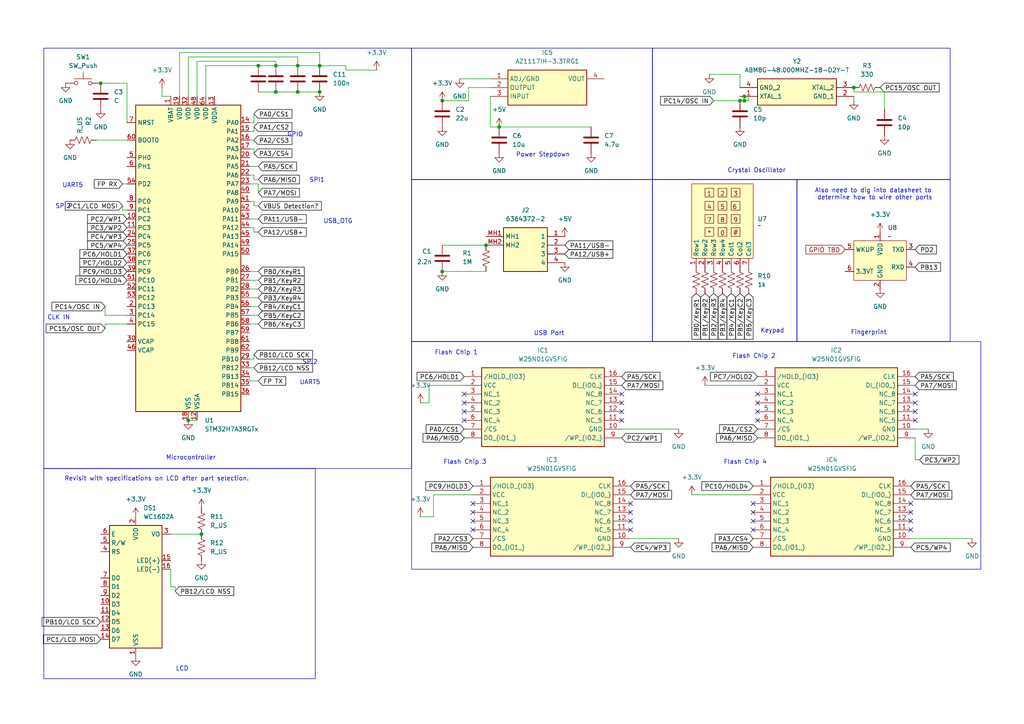
<source format=kicad_sch>
(kicad_sch (version 20231120) (generator "eeschema") (generator_version "8.0")
  (paper "A4")
  (junction (at 86.36 19.05))
  (junction (at 247.65 25.4))
  (junction (at 54.61 121.92))
  (junction (at 29.21 24.13))
  (junction (at 80.01 26.67))
  (junction (at 128.27 78.74))
  (junction (at 74.93 19.05))
  (junction (at 92.71 19.05))
  (junction (at 214.63 29.21))
  (junction (at 215.9 27.94))
  (junction (at 144.78 36.83))
  (junction (at 92.71 26.67))
  (junction (at 86.36 26.67))
  (junction (at 80.01 19.05))
  (junction (at 215.9 29.21))
  (junction (at 128.27 29.21))
  (junction (at 140.97 71.12))
  (junction (at 58.42 154.94))
  (no_connect (at 219.71 114.3))
  (no_connect (at 180.34 119.38))
  (no_connect (at 137.16 153.67))
  (no_connect (at 265.43 114.3))
  (no_connect (at 265.43 119.38))
  (no_connect (at 180.34 116.84))
  (no_connect (at 264.16 146.05))
  (no_connect (at 134.62 121.92))
  (no_connect (at 218.44 151.13))
  (no_connect (at 137.16 146.05))
  (no_connect (at 218.44 146.05))
  (no_connect (at 264.16 151.13))
  (no_connect (at 218.44 153.67))
  (no_connect (at 134.62 119.38))
  (no_connect (at 264.16 148.59))
  (no_connect (at 180.34 121.92))
  (no_connect (at 134.62 116.84))
  (no_connect (at 137.16 151.13))
  (no_connect (at 218.44 148.59))
  (no_connect (at 182.88 146.05))
  (no_connect (at 137.16 148.59))
  (no_connect (at 219.71 121.92))
  (no_connect (at 180.34 114.3))
  (no_connect (at 264.16 153.67))
  (no_connect (at 182.88 153.67))
  (no_connect (at 219.71 119.38))
  (no_connect (at 182.88 151.13))
  (no_connect (at 219.71 116.84))
  (no_connect (at 265.43 116.84))
  (no_connect (at 134.62 114.3))
  (no_connect (at 182.88 148.59))
  (no_connect (at 265.43 121.92))
  (wire (pts (xy 54.61 27.94) (xy 54.61 16.51)))
  (wire (pts (xy 80.01 19.05) (xy 86.36 19.05)))
  (wire (pts (xy 72.39 48.26) (xy 74.93 48.26)))
  (wire (pts (xy 86.36 19.05) (xy 92.71 19.05)))
  (wire (pts (xy 50.8 171.45) (xy 50.8 170.18)))
  (wire (pts (xy 35.56 53.34) (xy 36.83 53.34)))
  (wire (pts (xy 86.36 26.67) (xy 92.71 26.67)))
  (wire (pts (xy 74.93 19.05) (xy 80.01 19.05)))
  (wire (pts (xy 144.78 36.83) (xy 171.45 36.83)))
  (wire (pts (xy 74.93 55.88) (xy 74.93 53.34)))
  (wire (pts (xy 57.15 27.94) (xy 57.15 17.78)))
  (wire (pts (xy 72.39 78.74) (xy 74.93 78.74)))
  (wire (pts (xy 72.39 91.44) (xy 74.93 91.44)))
  (wire (pts (xy 74.93 52.07) (xy 73.66 52.07)))
  (wire (pts (xy 100.33 20.32) (xy 100.33 19.05)))
  (wire (pts (xy 49.53 154.94) (xy 58.42 154.94)))
  (wire (pts (xy 52.07 15.24) (xy 92.71 15.24)))
  (wire (pts (xy 142.24 25.4) (xy 135.89 25.4)))
  (wire (pts (xy 214.63 29.21) (xy 215.9 29.21)))
  (wire (pts (xy 215.9 29.21) (xy 217.17 29.21)))
  (wire (pts (xy 214.63 21.59) (xy 205.74 21.59)))
  (wire (pts (xy 72.39 38.1) (xy 73.66 38.1)))
  (wire (pts (xy 74.93 67.31) (xy 73.66 67.31)))
  (wire (pts (xy 207.01 29.21) (xy 214.63 29.21)))
  (wire (pts (xy 217.17 29.21) (xy 217.17 27.94)))
  (wire (pts (xy 128.27 78.74) (xy 140.97 78.74)))
  (wire (pts (xy 73.66 35.56) (xy 73.66 33.02)))
  (wire (pts (xy 73.66 102.87) (xy 73.66 104.14)))
  (wire (pts (xy 59.69 19.05) (xy 74.93 19.05)))
  (wire (pts (xy 247.65 26.67) (xy 247.65 25.4)))
  (wire (pts (xy 73.66 50.8) (xy 72.39 50.8)))
  (wire (pts (xy 72.39 83.82) (xy 74.93 83.82)))
  (wire (pts (xy 36.83 60.96) (xy 35.56 60.96)))
  (wire (pts (xy 180.34 124.46) (xy 196.85 124.46)))
  (wire (pts (xy 80.01 17.78) (xy 80.01 19.05)))
  (wire (pts (xy 36.83 35.56) (xy 36.83 24.13)))
  (wire (pts (xy 86.36 16.51) (xy 86.36 19.05)))
  (wire (pts (xy 200.66 143.51) (xy 218.44 143.51)))
  (wire (pts (xy 204.47 111.76) (xy 219.71 111.76)))
  (wire (pts (xy 54.61 121.92) (xy 57.15 121.92)))
  (wire (pts (xy 80.01 26.67) (xy 86.36 26.67)))
  (wire (pts (xy 73.66 59.69) (xy 74.93 59.69)))
  (wire (pts (xy 54.61 16.51) (xy 86.36 16.51)))
  (wire (pts (xy 50.8 170.18) (xy 49.53 170.18)))
  (wire (pts (xy 135.89 29.21) (xy 128.27 29.21)))
  (wire (pts (xy 72.39 110.49) (xy 72.39 109.22)))
  (wire (pts (xy 100.33 19.05) (xy 92.71 19.05)))
  (wire (pts (xy 74.93 26.67) (xy 80.01 26.67)))
  (wire (pts (xy 73.66 38.1) (xy 73.66 36.83)))
  (wire (pts (xy 215.9 27.94) (xy 217.17 27.94)))
  (wire (pts (xy 35.56 60.96) (xy 35.56 59.69)))
  (wire (pts (xy 30.48 91.44) (xy 30.48 88.9)))
  (wire (pts (xy 30.48 93.98) (xy 30.48 95.25)))
  (wire (pts (xy 135.89 25.4) (xy 135.89 29.21)))
  (wire (pts (xy 72.39 86.36) (xy 74.93 86.36)))
  (wire (pts (xy 265.43 133.35) (xy 266.7 133.35)))
  (wire (pts (xy 142.24 36.83) (xy 144.78 36.83)))
  (wire (pts (xy 72.39 63.5) (xy 74.93 63.5)))
  (wire (pts (xy 265.43 124.46) (xy 269.24 124.46)))
  (wire (pts (xy 256.54 31.75) (xy 256.54 26.67)))
  (wire (pts (xy 73.66 58.42) (xy 72.39 58.42)))
  (wire (pts (xy 73.66 52.07) (xy 73.66 50.8)))
  (wire (pts (xy 72.39 35.56) (xy 73.66 35.56)))
  (wire (pts (xy 36.83 93.98) (xy 30.48 93.98)))
  (wire (pts (xy 214.63 27.94) (xy 215.9 27.94)))
  (wire (pts (xy 72.39 40.64) (xy 73.66 40.64)))
  (wire (pts (xy 121.92 149.86) (xy 125.73 149.86)))
  (wire (pts (xy 92.71 15.24) (xy 92.71 19.05)))
  (wire (pts (xy 72.39 93.98) (xy 74.93 93.98)))
  (wire (pts (xy 133.35 22.86) (xy 142.24 22.86)))
  (wire (pts (xy 247.65 27.94) (xy 247.65 29.21)))
  (wire (pts (xy 73.66 104.14) (xy 72.39 104.14)))
  (wire (pts (xy 46.99 25.4) (xy 46.99 27.94)))
  (wire (pts (xy 46.99 27.94) (xy 49.53 27.94)))
  (wire (pts (xy 73.66 59.69) (xy 73.66 58.42)))
  (wire (pts (xy 72.39 43.18) (xy 73.66 43.18)))
  (wire (pts (xy 74.93 53.34) (xy 72.39 53.34)))
  (wire (pts (xy 121.92 116.84) (xy 124.46 116.84)))
  (wire (pts (xy 27.94 40.64) (xy 36.83 40.64)))
  (wire (pts (xy 73.66 106.68) (xy 72.39 106.68)))
  (wire (pts (xy 128.27 71.12) (xy 140.97 71.12)))
  (wire (pts (xy 72.39 81.28) (xy 74.93 81.28)))
  (wire (pts (xy 124.46 111.76) (xy 134.62 111.76)))
  (wire (pts (xy 57.15 17.78) (xy 80.01 17.78)))
  (wire (pts (xy 74.93 110.49) (xy 72.39 110.49)))
  (wire (pts (xy 36.83 91.44) (xy 30.48 91.44)))
  (wire (pts (xy 73.66 43.18) (xy 73.66 44.45)))
  (wire (pts (xy 142.24 27.94) (xy 142.24 36.83)))
  (wire (pts (xy 265.43 127) (xy 265.43 133.35)))
  (wire (pts (xy 49.53 170.18) (xy 49.53 165.1)))
  (wire (pts (xy 36.83 24.13) (xy 29.21 24.13)))
  (wire (pts (xy 215.9 29.21) (xy 215.9 27.94)))
  (wire (pts (xy 264.16 156.21) (xy 281.94 156.21)))
  (wire (pts (xy 182.88 156.21) (xy 196.85 156.21)))
  (wire (pts (xy 73.66 66.04) (xy 72.39 66.04)))
  (wire (pts (xy 73.66 67.31) (xy 73.66 66.04)))
  (wire (pts (xy 109.22 20.32) (xy 100.33 20.32)))
  (wire (pts (xy 52.07 27.94) (xy 52.07 15.24)))
  (wire (pts (xy 125.73 149.86) (xy 125.73 143.51)))
  (wire (pts (xy 72.39 88.9) (xy 74.93 88.9)))
  (wire (pts (xy 256.54 26.67) (xy 247.65 26.67)))
  (wire (pts (xy 124.46 116.84) (xy 124.46 111.76)))
  (wire (pts (xy 214.63 25.4) (xy 214.63 21.59)))
  (wire (pts (xy 59.69 27.94) (xy 59.69 19.05)))
  (wire (pts (xy 125.73 143.51) (xy 137.16 143.51)))
  (rectangle (start 119.38 52.07) (end 189.23 99.06))
  (rectangle (start 189.23 52.07) (end 231.14 99.06))
  (rectangle (start 119.38 13.97) (end 189.23 52.07))
  (rectangle (start 12.7 13.97) (end 119.38 135.89))
  (rectangle (start 12.7 135.89) (end 91.44 196.85))
  (rectangle (start 189.23 13.97) (end 275.59 52.07))
  (rectangle (start 119.38 99.06) (end 284.48 165.1))
  (rectangle (start 231.14 52.07) (end 275.59 99.06))
  (text "UART5\n" (at 89.916 110.998 0) (effects (font (size 1.27 1.27))))
  (text "LCD" (at 52.832 194.056 0) (effects (font (size 1.27 1.27))))
  (text "Flash Chip 1" (at 132.334 102.362 0) (effects (font (size 1.27 1.27))))
  (text "SPI2\n" (at 89.916 105.156 0) (effects (font (size 1.27 1.27))))
  (text "Microcontroller\n" (at 55.372 132.842 0) (effects (font (size 1.27 1.27))))
  (text "USB_OTG" (at 98.044 64.262 0) (effects (font (size 1.27 1.27))))
  (text "Fingerprint" (at 251.968 96.52 0) (effects (font (size 1.27 1.27))))
  (text "Flash Chip 3\n" (at 134.874 134.112 0) (effects (font (size 1.27 1.27))))
  (text "Flash Chip 2\n" (at 218.694 103.378 0) (effects (font (size 1.27 1.27))))
  (text "Keypad\n" (at 224.028 96.012 0) (effects (font (size 1.27 1.27))))
  (text "Revisit with specifications on LCD after part selection.\n" (at 45.466 138.938 0) (effects (font (size 1.27 1.27))))
  (text "Flash Chip 4\n" (at 216.154 134.112 0) (effects (font (size 1.27 1.27))))
  (text "SPI2\n" (at 18.288 59.944 0) (effects (font (size 1.27 1.27))))
  (text "Also need to dig into datasheet to \ndetermine how to wire other ports\n" (at 253.746 56.388 0) (effects (font (size 1.27 1.27))))
  (text "USB Port\n" (at 159.258 96.774 0) (effects (font (size 1.27 1.27))))
  (text "Power Stepdown\n" (at 157.48 44.958 0) (effects (font (size 1.27 1.27))))
  (text "UART5\n" (at 21.082 53.848 0) (effects (font (size 1.27 1.27))))
  (text "Crystal Oscillator\n" (at 219.456 49.53 0) (effects (font (size 1.27 1.27))))
  (text "CLK IN\n" (at 17.018 92.202 0) (effects (font (size 1.27 1.27))))
  (text "SPI1\n" (at 91.948 52.324 0) (effects (font (size 1.27 1.27))))
  (text "GPIO\n" (at 85.598 39.116 0) (effects (font (size 1.27 1.27))))
  (global_label "PB6{slash}KeyC3" (shape input) (at 74.93 93.98 0) (property "Intersheetrefs" "${INTERSHEET_REFS}" (effects (hide yes))))
  (global_label "PB3{slash}KeyR4" (shape input) (at 209.55 85.09 270) (property "Intersheetrefs" "${INTERSHEET_REFS}" (effects (hide yes))))
  (global_label "PA5{slash}SCK" (shape input) (at 182.88 140.97 0) (property "Intersheetrefs" "${INTERSHEET_REFS}" (effects (hide yes))))
  (global_label "PB0{slash}KeyR1" (shape input) (at 74.93 78.74 0) (property "Intersheetrefs" "${INTERSHEET_REFS}" (effects (hide yes))))
  (global_label "PB10{slash}LCD SCK" (shape input) (at 29.21 180.34 180) (property "Intersheetrefs" "${INTERSHEET_REFS}" (effects (hide yes))))
  (global_label "FP TX" (shape input) (at 74.93 110.49 0) (property "Intersheetrefs" "${INTERSHEET_REFS}" (effects (hide yes))))
  (global_label "PA7{slash}MOSI" (shape input) (at 180.34 111.76 0) (property "Intersheetrefs" "${INTERSHEET_REFS}" (effects (hide yes))))
  (global_label "PA1{slash}CS2" (shape input) (at 73.66 36.83 0) (property "Intersheetrefs" "${INTERSHEET_REFS}" (effects (hide yes))))
  (global_label "PC9{slash}HOLD3" (shape input) (at 36.83 78.74 180) (property "Intersheetrefs" "${INTERSHEET_REFS}" (effects (hide yes))))
  (global_label "PB2{slash}KeyR3" (shape input) (at 207.01 85.09 270) (property "Intersheetrefs" "${INTERSHEET_REFS}" (effects (hide yes))))
  (global_label "PA6{slash}MISO" (shape input) (at 137.16 158.75 180) (property "Intersheetrefs" "${INTERSHEET_REFS}" (effects (hide yes))))
  (global_label "PA12{slash}USB+" (shape input) (at 163.83 73.66 0) (property "Intersheetrefs" "${INTERSHEET_REFS}" (effects (hide yes))))
  (global_label "PA3{slash}CS4" (shape input) (at 73.66 44.45 0) (property "Intersheetrefs" "${INTERSHEET_REFS}" (effects (hide yes))))
  (global_label "PC7{slash}HOLD2" (shape input) (at 36.83 76.2 180) (property "Intersheetrefs" "${INTERSHEET_REFS}" (effects (hide yes))))
  (global_label "PA11{slash}USB-" (shape input) (at 163.83 71.12 0) (property "Intersheetrefs" "${INTERSHEET_REFS}" (effects (hide yes))))
  (global_label "PB4{slash}KeyC1" (shape input) (at 212.09 85.09 270) (property "Intersheetrefs" "${INTERSHEET_REFS}" (effects (hide yes))))
  (global_label "PA6{slash}MISO" (shape input) (at 219.71 127 180) (property "Intersheetrefs" "${INTERSHEET_REFS}" (effects (hide yes))))
  (global_label "PA5{slash}SCK" (shape input) (at 264.16 140.97 0) (property "Intersheetrefs" "${INTERSHEET_REFS}" (effects (hide yes))))
  (global_label "PA6{slash}MISO" (shape input) (at 74.93 52.07 0) (property "Intersheetrefs" "${INTERSHEET_REFS}" (effects (hide yes))))
  (global_label "PA12{slash}USB+" (shape input) (at 74.93 67.31 0) (property "Intersheetrefs" "${INTERSHEET_REFS}" (effects (hide yes))))
  (global_label "PC4{slash}WP3" (shape input) (at 36.83 68.58 180) (property "Intersheetrefs" "${INTERSHEET_REFS}" (effects (hide yes))))
  (global_label "VBUS Detection?" (shape input) (at 74.93 59.69 0) (property "Intersheetrefs" "${INTERSHEET_REFS}" (effects (hide yes))))
  (global_label "PA5{slash}SCK" (shape input) (at 74.93 48.26 0) (property "Intersheetrefs" "${INTERSHEET_REFS}" (effects (hide yes))))
  (global_label "PA0{slash}CS1" (shape input) (at 73.66 33.02 0) (property "Intersheetrefs" "${INTERSHEET_REFS}" (effects (hide yes))))
  (global_label "PB0{slash}KeyR1" (shape input) (at 201.93 85.09 270) (property "Intersheetrefs" "${INTERSHEET_REFS}" (effects (hide yes))))
  (global_label "PC5{slash}WP4" (shape input) (at 264.16 158.75 0) (property "Intersheetrefs" "${INTERSHEET_REFS}" (effects (hide yes))))
  (global_label "PC14{slash}OSC IN" (shape input) (at 207.01 29.21 180) (property "Intersheetrefs" "${INTERSHEET_REFS}" (effects (hide yes))))
  (global_label "PC15{slash}OSC OUT" (shape input) (at 255.27 25.4 0) (property "Intersheetrefs" "${INTERSHEET_REFS}" (effects (hide yes))))
  (global_label "PA0{slash}CS1" (shape input) (at 134.62 124.46 180) (property "Intersheetrefs" "${INTERSHEET_REFS}" (effects (hide yes))))
  (global_label "PA7{slash}MOSI" (shape input) (at 265.43 111.76 0) (property "Intersheetrefs" "${INTERSHEET_REFS}" (effects (hide yes))))
  (global_label "PB10{slash}LCD SCK" (shape input) (at 73.66 102.87 0) (property "Intersheetrefs" "${INTERSHEET_REFS}" (effects (hide yes))))
  (global_label "PC10{slash}HOLD4" (shape input) (at 36.83 81.28 180) (property "Intersheetrefs" "${INTERSHEET_REFS}" (effects (hide yes))))
  (global_label "PC6{slash}HOLD1" (shape input) (at 36.83 73.66 180) (property "Intersheetrefs" "${INTERSHEET_REFS}" (effects (hide yes))))
  (global_label "PC1{slash}LCD MOSI" (shape input) (at 29.21 185.42 180) (property "Intersheetrefs" "${INTERSHEET_REFS}" (effects (hide yes))))
  (global_label "PA2{slash}CS3" (shape input) (at 73.66 40.64 0) (property "Intersheetrefs" "${INTERSHEET_REFS}" (effects (hide yes))))
  (global_label "PA5{slash}SCK" (shape input) (at 180.34 109.22 0) (property "Intersheetrefs" "${INTERSHEET_REFS}" (effects (hide yes))))
  (global_label "PB3{slash}KeyR4" (shape input) (at 74.93 86.36 0) (property "Intersheetrefs" "${INTERSHEET_REFS}" (effects (hide yes))))
  (global_label "PC10{slash}HOLD4" (shape input) (at 218.44 140.97 180) (property "Intersheetrefs" "${INTERSHEET_REFS}" (effects (hide yes))))
  (global_label "PB5{slash}KeyC3" (shape input) (at 217.17 85.09 270) (property "Intersheetrefs" "${INTERSHEET_REFS}" (effects (hide yes))))
  (global_label "PB5{slash}KeyC2" (shape input) (at 214.63 85.09 270) (property "Intersheetrefs" "${INTERSHEET_REFS}" (effects (hide yes))))
  (global_label "PA11{slash}USB-" (shape input) (at 74.93 63.5 0) (property "Intersheetrefs" "${INTERSHEET_REFS}" (effects (hide yes))))
  (global_label "PA7{slash}MOSI" (shape input) (at 74.93 55.88 0) (property "Intersheetrefs" "${INTERSHEET_REFS}" (effects (hide yes))))
  (global_label "PA7{slash}MOSI" (shape input) (at 182.88 143.51 0) (property "Intersheetrefs" "${INTERSHEET_REFS}" (effects (hide yes))))
  (global_label "PB12{slash}LCD NSS" (shape input) (at 50.8 171.45 0) (property "Intersheetrefs" "${INTERSHEET_REFS}" (effects (hide yes))))
  (global_label "PC1{slash}LCD MOSI" (shape input) (at 35.56 59.69 180) (property "Intersheetrefs" "${INTERSHEET_REFS}" (effects (hide yes))))
  (global_label "PC15{slash}OSC OUT" (shape input) (at 30.48 95.25 180) (property "Intersheetrefs" "${INTERSHEET_REFS}" (effects (hide yes))))
  (global_label "PC7{slash}HOLD2" (shape input) (at 219.71 109.22 180) (property "Intersheetrefs" "${INTERSHEET_REFS}" (effects (hide yes))))
  (global_label "PC6{slash}HOLD1" (shape input) (at 134.62 109.22 180) (property "Intersheetrefs" "${INTERSHEET_REFS}" (effects (hide yes))))
  (global_label "PA2{slash}CS3" (shape input) (at 137.16 156.21 180) (property "Intersheetrefs" "${INTERSHEET_REFS}" (effects (hide yes))))
  (global_label "PB1{slash}KeyR2" (shape input) (at 204.47 85.09 270) (property "Intersheetrefs" "${INTERSHEET_REFS}" (effects (hide yes))))
  (global_label "PC2{slash}WP1" (shape input) (at 36.83 63.5 180) (property "Intersheetrefs" "${INTERSHEET_REFS}" (effects (hide yes))))
  (global_label "PA1{slash}CS2" (shape input) (at 219.71 124.46 180) (property "Intersheetrefs" "${INTERSHEET_REFS}" (effects (hide yes))))
  (global_label "PB2{slash}KeyR3" (shape input) (at 74.93 83.82 0) (property "Intersheetrefs" "${INTERSHEET_REFS}" (effects (hide yes))))
  (global_label "PC5{slash}WP4" (shape input) (at 36.83 71.12 180) (property "Intersheetrefs" "${INTERSHEET_REFS}" (effects (hide yes))))
  (global_label "PC2{slash}WP1" (shape input) (at 180.34 127 0) (property "Intersheetrefs" "${INTERSHEET_REFS}" (effects (hide yes))))
  (global_label "PA5{slash}SCK" (shape input) (at 265.43 109.22 0) (property "Intersheetrefs" "${INTERSHEET_REFS}" (effects (hide yes))))
  (global_label "PA7{slash}MOSI" (shape input) (at 264.16 143.51 0) (property "Intersheetrefs" "${INTERSHEET_REFS}" (effects (hide yes))))
  (global_label "PC9{slash}HOLD3" (shape input) (at 137.16 140.97 180) (property "Intersheetrefs" "${INTERSHEET_REFS}" (effects (hide yes))))
  (global_label "PB12{slash}LCD NSS" (shape input) (at 73.66 106.68 0) (property "Intersheetrefs" "${INTERSHEET_REFS}" (effects (hide yes))))
  (global_label "PC14{slash}OSC IN" (shape input) (at 30.48 88.9 180) (property "Intersheetrefs" "${INTERSHEET_REFS}" (effects (hide yes))))
  (global_label "GPIO TBD" (shape input) (at 245.11 72.39 180) (property "Intersheetrefs" "${INTERSHEET_REFS}" (effects (hide yes))))
  (global_label "PA3{slash}CS4" (shape input) (at 218.44 156.21 180) (property "Intersheetrefs" "${INTERSHEET_REFS}" (effects (hide yes))))
  (global_label "PC3{slash}WP2" (shape input) (at 266.7 133.35 0) (property "Intersheetrefs" "${INTERSHEET_REFS}" (effects (hide yes))))
  (global_label "PC4{slash}WP3" (shape input) (at 182.88 158.75 0) (property "Intersheetrefs" "${INTERSHEET_REFS}" (effects (hide yes))))
  (global_label "PB13" (shape input) (at 265.43 77.47 0) (property "Intersheetrefs" "${INTERSHEET_REFS}" (effects (hide yes))))
  (global_label "PA6{slash}MISO" (shape input) (at 134.62 127 180) (property "Intersheetrefs" "${INTERSHEET_REFS}" (effects (hide yes))))
  (global_label "PD2" (shape input) (at 265.43 72.39 0) (property "Intersheetrefs" "${INTERSHEET_REFS}" (effects (hide yes))))
  (global_label "PA6{slash}MISO" (shape input) (at 218.44 158.75 180) (property "Intersheetrefs" "${INTERSHEET_REFS}" (effects (hide yes))))
  (global_label "PC3{slash}WP2" (shape input) (at 36.83 66.04 180) (property "Intersheetrefs" "${INTERSHEET_REFS}" (effects (hide yes))))
  (global_label "PB1{slash}KeyR2" (shape input) (at 74.93 81.28 0) (property "Intersheetrefs" "${INTERSHEET_REFS}" (effects (hide yes))))
  (global_label "PB4{slash}KeyC1" (shape input) (at 74.93 88.9 0) (property "Intersheetrefs" "${INTERSHEET_REFS}" (effects (hide yes))))
  (global_label "FP RX" (shape input) (at 35.56 53.34 180) (property "Intersheetrefs" "${INTERSHEET_REFS}" (effects (hide yes))))
  (global_label "PB5{slash}KeyC2" (shape input) (at 74.93 91.44 0) (property "Intersheetrefs" "${INTERSHEET_REFS}" (effects (hide yes))))
  (symbol (lib_id "CustomSymbols:GND") (at 256.54 39.37 0) (unit 1)
    (property "Reference" "#PWR01" (effects (hide yes)))
    (property "Value" "GND" (at 256.54 44.45 0))
    (property "Description" "Power symbol creates a global label with name \"GND\" , ground" (effects (hide yes)))
  )
  (symbol (lib_id "CustomSymbols:C") (at 144.78 40.64 0) (unit 1)
    (property "Reference" "C6" (at 148.59 39.3699 0) (effects (justify left)))
    (property "Value" "10u" (at 148.59 41.9099 0) (effects (justify left)))
    (property "Footprint" "Capacitor_SMD:C_0805_2012Metric_Pad1.18x1.45mm_HandSolder" (effects (hide yes)))
    (property "Description" "Unpolarized capacitor" (effects (hide yes)))
  )
  (symbol (lib_id "CustomSymbols:W25N01GVSFIG") (at 134.62 109.22 0) (unit 1)
    (property "Reference" "IC1" (at 157.48 101.6 0))
    (property "Value" "W25N01GVSFIG" (at 157.48 104.14 0))
    (property "Footprint" "SOIC127P1032X264-16N" (effects (hide yes)))
    (property "Datasheet" "https://www.winbond.com/hq/search-resource-file.jsp?partNo=W25N01GVSFIG&type=datasheet" (effects (hide yes)))
    (property "Description" "1Gb QspiNAND Flash 104MHz SOP16" (effects (hide yes)))
    (property "Height" "2.64" (effects (hide yes)))
    (property "Mouser Part Number" "454-W25N01GVSFIG" (effects (hide yes)))
    (property "Mouser Price/Stock" "https://www.mouser.co.uk/ProductDetail/Winbond/W25N01GVSFIG?qs=qSfuJ%252Bfl%2Fd5wRcUOkRc5Cw%3D%3D" (effects (hide yes)))
    (property "Manufacturer_Name" "Winbond" (effects (hide yes)))
    (property "Manufacturer_Part_Number" "W25N01GVSFIG" (effects (hide yes)))
  )
  (symbol (lib_id "CustomSymbols:+5V") (at 144.78 36.83 0) (unit 1)
    (property "Reference" "#PWR030" (effects (hide yes)))
    (property "Value" "+5V" (at 144.78 31.75 0))
    (property "Description" "Power symbol creates a global label with name \"+5V\"" (effects (hide yes)))
  )
  (symbol (lib_id "CustomSymbols:GND") (at 29.21 31.75 0) (unit 1)
    (property "Reference" "#PWR03" (effects (hide yes)))
    (property "Value" "GND" (at 29.21 36.83 0))
    (property "Description" "Power symbol creates a global label with name \"GND\" , ground" (effects (hide yes)))
  )
  (symbol (lib_id "CustomSymbols:W25N01GVSFIG") (at 137.16 140.97 0) (unit 1)
    (property "Reference" "IC3" (at 160.02 133.35 0))
    (property "Value" "W25N01GVSFIG" (at 160.02 135.89 0))
    (property "Footprint" "SOIC127P1032X264-16N" (effects (hide yes)))
    (property "Datasheet" "https://www.winbond.com/hq/search-resource-file.jsp?partNo=W25N01GVSFIG&type=datasheet" (effects (hide yes)))
    (property "Description" "1Gb QspiNAND Flash 104MHz SOP16" (effects (hide yes)))
    (property "Height" "2.64" (effects (hide yes)))
    (property "Mouser Part Number" "454-W25N01GVSFIG" (effects (hide yes)))
    (property "Mouser Price/Stock" "https://www.mouser.co.uk/ProductDetail/Winbond/W25N01GVSFIG?qs=qSfuJ%252Bfl%2Fd5wRcUOkRc5Cw%3D%3D" (effects (hide yes)))
    (property "Manufacturer_Name" "Winbond" (effects (hide yes)))
    (property "Manufacturer_Part_Number" "W25N01GVSFIG" (effects (hide yes)))
  )
  (symbol (lib_id "CustomSymbols:C") (at 86.36 22.86 0) (unit 1)
    (property "Reference" "C10" (effects (hide yes)))
    (property "Value" "100n" (effects (hide yes)))
    (property "Footprint" "Capacitor_SMD:C_0805_2012Metric_Pad1.18x1.45mm_HandSolder" (effects (hide yes)))
    (property "Description" "Unpolarized capacitor" (effects (hide yes)))
  )
  (symbol (lib_id "CustomSymbols:+3.3V") (at 128.27 29.21 0) (unit 1)
    (property "Reference" "#PWR014" (effects (hide yes)))
    (property "Value" "+3.3V" (at 128.27 24.13 0))
    (property "Description" "Power symbol creates a global label with name \"+3.3V\"" (effects (hide yes)))
  )
  (symbol (lib_id "CustomSymbols:GND") (at 205.74 21.59 0) (unit 1)
    (property "Reference" "#PWR032" (effects (hide yes)))
    (property "Value" "GND" (at 205.74 26.67 0))
    (property "Description" "Power symbol creates a global label with name \"GND\" , ground" (effects (hide yes)))
  )
  (symbol (lib_id "CustomSymbols:C") (at 29.21 27.94 0) (unit 1)
    (property "Reference" "C3" (at 33.02 26.6699 0) (effects (justify left)))
    (property "Value" "C" (at 33.02 29.2099 0) (effects (justify left)))
    (property "Footprint" "Capacitor_SMD:C_0805_2012Metric_Pad1.18x1.45mm_HandSolder" (effects (hide yes)))
    (property "Description" "Unpolarized capacitor" (effects (hide yes)))
  )
  (symbol (lib_id "CustomSymbols:R_US") (at 140.97 74.93 0) (unit 1)
    (property "Reference" "R1" (at 134.112 73.406 0) (effects (justify left)))
    (property "Value" "1M" (at 134.112 75.946 0) (effects (justify left)))
    (property "Footprint" "Resistor_SMD:R_0805_2012Metric_Pad1.20x1.40mm_HandSolder" (effects (hide yes)))
    (property "Description" "Resistor, US symbol" (effects (hide yes)))
  )
  (symbol (lib_id "CustomSymbols:GND") (at 144.78 44.45 0) (unit 1)
    (property "Reference" "#PWR031" (effects (hide yes)))
    (property "Value" "GND" (at 144.78 49.53 0))
    (property "Description" "Power symbol creates a global label with name \"GND\" , ground" (effects (hide yes)))
  )
  (symbol (lib_id "CustomSymbols:R_US") (at 207.01 81.28 0) (unit 1)
    (property "Reference" "R6" (effects (hide yes)))
    (property "Value" "1k" (effects (hide yes)))
    (property "Footprint" "Resistor_SMD:R_0805_2012Metric_Pad1.20x1.40mm_HandSolder" (effects (hide yes)))
    (property "Description" "Resistor, US symbol" (effects (hide yes)))
  )
  (symbol (lib_id "Switch:SW_Push") (at 24.13 24.13 0) (unit 1)
    (property "Reference" "SW1" (at 24.13 16.51 0))
    (property "Value" "SW_Push" (at 24.13 19.05 0))
    (property "Description" "Push button switch, generic, two pins" (effects (hide yes)))
  )
  (symbol (lib_id "CustomSymbols:C") (at 80.01 22.86 0) (unit 1)
    (property "Reference" "C9" (effects (hide yes)))
    (property "Value" "100n" (effects (hide yes)))
    (property "Footprint" "Capacitor_SMD:C_0805_2012Metric_Pad1.18x1.45mm_HandSolder" (effects (hide yes)))
    (property "Description" "Unpolarized capacitor" (effects (hide yes)))
  )
  (symbol (lib_id "CustomSymbols:+3.3V") (at 39.37 149.86 0) (unit 1)
    (property "Reference" "#PWR017" (effects (hide yes)))
    (property "Value" "+3.3V" (at 39.37 144.78 0))
    (property "Description" "Power symbol creates a global label with name \"+3.3V\"" (effects (hide yes)))
  )
  (symbol (lib_id "CustomSymbols:GND") (at 54.61 121.92 0) (unit 1)
    (property "Reference" "#PWR04" (effects (hide yes)))
    (property "Value" "GND" (at 54.61 127 0))
    (property "Description" "Power symbol creates a global label with name \"GND\" , ground" (effects (hide yes)))
  )
  (symbol (lib_id "CustomSymbols:GND") (at 196.85 156.21 0) (unit 1)
    (property "Reference" "#PWR026" (effects (hide yes)))
    (property "Value" "GND" (at 196.85 161.29 0))
    (property "Description" "Power symbol creates a global label with name \"GND\" , ground" (effects (hide yes)))
  )
  (symbol (lib_id "CustomSymbols:GND") (at 255.27 83.82 0) (unit 1)
    (property "Reference" "#PWR021" (effects (hide yes)))
    (property "Value" "GND" (at 255.27 88.9 0))
    (property "Description" "Power symbol creates a global label with name \"GND\" , ground" (effects (hide yes)))
  )
  (symbol (lib_id "CustomSymbols:+3.3V") (at 109.22 20.32 0) (unit 1)
    (property "Reference" "#PWR023" (effects (hide yes)))
    (property "Value" "+3.3V" (at 109.22 15.24 0))
    (property "Description" "Power symbol creates a global label with name \"+3.3V\"" (effects (hide yes)))
  )
  (symbol (lib_id "CustomSymbols:+3.3V") (at 200.66 143.51 0) (unit 1)
    (property "Reference" "#PWR028" (effects (hide yes)))
    (property "Value" "+3.3V" (at 200.66 138.43 0))
    (property "Description" "Power symbol creates a global label with name \"+3.3V\"" (effects (hide yes)))
  )
  (symbol (lib_id "CustomSymbols:C") (at 128.27 33.02 0) (unit 1)
    (property "Reference" "C2" (at 132.08 31.7499 0) (effects (justify left)))
    (property "Value" "22u" (at 132.08 34.2899 0) (effects (justify left)))
    (property "Footprint" "Capacitor_SMD:C_0805_2012Metric_Pad1.18x1.45mm_HandSolder" (effects (hide yes)))
    (property "Description" "Unpolarized capacitor" (effects (hide yes)))
  )
  (symbol (lib_id "CustomSymbols:WC1602A") (at 39.37 170.18 0) (unit 1)
    (property "Reference" "DS1" (at 41.5641 147.32 0) (effects (justify left)))
    (property "Value" "WC1602A" (at 41.5641 149.86 0) (effects (justify left)))
    (property "Footprint" "Display:WC1602A" (effects (hide yes)))
    (property "Datasheet" "http://www.wincomlcd.com/pdf/WC1602A-SFYLYHTC06.pdf" (effects (hide yes)))
    (property "Description" "LCD 16x2 Alphanumeric , 8 bit parallel bus, 5V VDD" (effects (hide yes)))
  )
  (symbol (lib_id "CustomSymbols:keypad") (at 209.55 53.34 0) (unit 1)
    (property "Reference" "U7" (at 219.71 63.4999 0) (effects (justify left)))
    (property "Value" "~" (at 219.71 65.405 0) (effects (justify left)))
  )
  (symbol (lib_id "CustomSymbols:R_US") (at 201.93 81.28 0) (unit 1)
    (property "Reference" "R4" (effects (hide yes)))
    (property "Value" "1k" (effects (hide yes)))
    (property "Footprint" "Resistor_SMD:R_0805_2012Metric_Pad1.20x1.40mm_HandSolder" (effects (hide yes)))
    (property "Description" "Resistor, US symbol" (effects (hide yes)))
  )
  (symbol (lib_id "CustomSymbols:C") (at 74.93 22.86 0) (unit 1)
    (property "Reference" "C8" (effects (hide yes)))
    (property "Value" "100n" (effects (hide yes)))
    (property "Footprint" "Capacitor_SMD:C_0805_2012Metric_Pad1.18x1.45mm_HandSolder" (effects (hide yes)))
    (property "Description" "Unpolarized capacitor" (effects (hide yes)))
  )
  (symbol (lib_id "CustomSymbols:6364372-2") (at 140.97 68.58 0) (unit 1)
    (property "Reference" "J2" (at 152.4 60.96 0))
    (property "Value" "6364372-2" (at 152.4 63.5 0))
    (property "Footprint" "63643722" (effects (hide yes)))
    (property "Datasheet" "https://componentsearchengine.com/Datasheets/1/6364372-2.pdf" (effects (hide yes)))
    (property "Description" "Body Features: Connector Profile Standard | Shell Plating Material Tin | Shell Plating Finish Bright | Configuration Features: Number of Positions 4 | Number of Mounting Legs 2 | Number of Ports 1 | Contact Features: Contact Mating Area Plating Material Gold or Gold Flash over Palladium Nickel | Contact Mating Area Plating Material Thickness 29.92 MICIN | Contact Mating Area Plating Material Thickness .76 MICM | Contact Current Rating (Max) 1 AMP | Dimensions: PCB Thickness (Recommended) 1.57 MM | PCB Thick" (effects (hide yes)))
    (property "Height" "7.26" (effects (hide yes)))
    (property "Manufacturer_Name" "TE Connectivity" (effects (hide yes)))
    (property "Manufacturer_Part_Number" "6364372-2" (effects (hide yes)))
    (property "Mouser Part Number" "571-6364372-2" (effects (hide yes)))
    (property "Mouser Price/Stock" "https://www.mouser.co.uk/ProductDetail/TE-Connectivity/6364372-2?qs=TsBQtMQLJwCND29IKgdAZA%3D%3D" (effects (hide yes)))
    (property "Arrow Part Number" "6364372-2" (effects (hide yes)))
    (property "Arrow Price/Stock" "https://www.arrow.com/en/products/6364372-2/te-connectivity?region=europe" (effects (hide yes)))
  )
  (symbol (lib_id "CustomSymbols:R_US") (at 58.42 151.13 0) (unit 1)
    (property "Reference" "R11" (at 60.96 149.8599 0) (effects (justify left)))
    (property "Value" "R_US" (at 60.96 152.3999 0) (effects (justify left)))
    (property "Footprint" "Resistor_SMD:R_0805_2012Metric_Pad1.20x1.40mm_HandSolder" (effects (hide yes)))
    (property "Description" "Resistor, US symbol" (effects (hide yes)))
  )
  (symbol (lib_id "CustomSymbols:GND") (at 247.65 29.21 0) (unit 1)
    (property "Reference" "#PWR02" (effects (hide yes)))
    (property "Value" "GND" (at 247.65 34.29 0))
    (property "Description" "Power symbol creates a global label with name \"GND\" , ground" (effects (hide yes)))
  )
  (symbol (lib_id "CustomSymbols:C") (at 128.27 74.93 0) (unit 1)
    (property "Reference" "C1" (at 122.428 72.898 0) (effects (justify left)))
    (property "Value" "2.2n" (at 120.904 75.946 0) (effects (justify left)))
    (property "Footprint" "Capacitor_SMD:C_0805_2012Metric_Pad1.18x1.45mm_HandSolder" (effects (hide yes)))
    (property "Description" "Unpolarized capacitor" (effects (hide yes)))
  )
  (symbol (lib_id "CustomSymbols:+3.3V") (at 121.92 116.84 0) (unit 1)
    (property "Reference" "#PWR06" (effects (hide yes)))
    (property "Value" "+3.3V" (at 121.92 111.76 0))
    (property "Description" "Power symbol creates a global label with name \"+3.3V\"" (effects (hide yes)))
  )
  (symbol (lib_id "CustomSymbols:R_US") (at 58.42 158.75 0) (unit 1)
    (property "Reference" "R12" (at 60.96 157.4799 0) (effects (justify left)))
    (property "Value" "R_US" (at 60.96 160.0199 0) (effects (justify left)))
    (property "Footprint" "Resistor_SMD:R_0805_2012Metric_Pad1.20x1.40mm_HandSolder" (effects (hide yes)))
    (property "Description" "Resistor, US symbol" (effects (hide yes)))
  )
  (symbol (lib_id "CustomSymbols:STM32H7A3RGTx") (at 54.61 76.2 0) (unit 1)
    (property "Reference" "U1" (at 59.3441 121.92 0) (effects (justify left)))
    (property "Value" "STM32H7A3RGTx" (at 59.3441 124.46 0) (effects (justify left)))
    (property "Footprint" "Package_QFP:LQFP-64_10x10mm_P0.5mm" (effects (hide yes)))
    (property "Datasheet" "https://www.st.com/resource/en/datasheet/stm32h7a3rg.pdf" (effects (hide yes)))
    (property "Description" "STMicroelectronics Arm Cortex-M7 MCU, 1024KB flash, 1184KB RAM, 280 MHz, 1.62-3.6V, 49 GPIO, LQFP64" (effects (hide yes)))
  )
  (symbol (lib_id "CustomSymbols:GND") (at 196.85 124.46 0) (unit 1)
    (property "Reference" "#PWR011" (effects (hide yes)))
    (property "Value" "GND" (at 196.85 129.54 0))
    (property "Description" "Power symbol creates a global label with name \"GND\" , ground" (effects (hide yes)))
  )
  (symbol (lib_id "CustomSymbols:GND") (at 171.45 44.45 0) (unit 1)
    (property "Reference" "#PWR015" (effects (hide yes)))
    (property "Value" "GND" (at 171.45 49.53 0))
    (property "Description" "Power symbol creates a global label with name \"GND\" , ground" (effects (hide yes)))
  )
  (symbol (lib_id "CustomSymbols:W25N01GVSFIG") (at 219.71 109.22 0) (unit 1)
    (property "Reference" "IC2" (at 242.57 101.6 0))
    (property "Value" "W25N01GVSFIG" (at 242.57 104.14 0))
    (property "Footprint" "SOIC127P1032X264-16N" (effects (hide yes)))
    (property "Datasheet" "https://www.winbond.com/hq/search-resource-file.jsp?partNo=W25N01GVSFIG&type=datasheet" (effects (hide yes)))
    (property "Description" "1Gb QspiNAND Flash 104MHz SOP16" (effects (hide yes)))
    (property "Height" "2.64" (effects (hide yes)))
    (property "Mouser Part Number" "454-W25N01GVSFIG" (effects (hide yes)))
    (property "Mouser Price/Stock" "https://www.mouser.co.uk/ProductDetail/Winbond/W25N01GVSFIG?qs=qSfuJ%252Bfl%2Fd5wRcUOkRc5Cw%3D%3D" (effects (hide yes)))
    (property "Manufacturer_Name" "Winbond" (effects (hide yes)))
    (property "Manufacturer_Part_Number" "W25N01GVSFIG" (effects (hide yes)))
  )
  (symbol (lib_id "CustomSymbols:R_US") (at 209.55 81.28 0) (unit 1)
    (property "Reference" "R7" (effects (hide yes)))
    (property "Value" "1k" (effects (hide yes)))
    (property "Footprint" "Resistor_SMD:R_0805_2012Metric_Pad1.20x1.40mm_HandSolder" (effects (hide yes)))
    (property "Description" "Resistor, US symbol" (effects (hide yes)))
  )
  (symbol (lib_id "CustomSymbols:+3.3V") (at 58.42 147.32 0) (unit 1)
    (property "Reference" "#PWR018" (effects (hide yes)))
    (property "Value" "+3.3V" (at 58.42 142.24 0))
    (property "Description" "Power symbol creates a global label with name \"+3.3V\"" (effects (hide yes)))
  )
  (symbol (lib_id "CustomSymbols:GND") (at 128.27 78.74 0) (unit 1)
    (property "Reference" "#PWR07" (effects (hide yes)))
    (property "Value" "GND" (at 128.27 83.82 0))
    (property "Description" "Power symbol creates a global label with name \"GND\" , ground" (effects (hide yes)))
  )
  (symbol (lib_id "CustomSymbols:R_US") (at 214.63 81.28 0) (unit 1)
    (property "Reference" "R9" (effects (hide yes)))
    (property "Value" "1k" (effects (hide yes)))
    (property "Footprint" "Resistor_SMD:R_0805_2012Metric_Pad1.20x1.40mm_HandSolder" (effects (hide yes)))
    (property "Description" "Resistor, US symbol" (effects (hide yes)))
  )
  (symbol (lib_id "CustomSymbols:GND") (at 269.24 124.46 0) (unit 1)
    (property "Reference" "#PWR025" (effects (hide yes)))
    (property "Value" "GND" (at 269.24 129.54 0))
    (property "Description" "Power symbol creates a global label with name \"GND\" , ground" (effects (hide yes)))
  )
  (symbol (lib_id "CustomSymbols:GND") (at 214.63 36.83 0) (unit 1)
    (property "Reference" "#PWR09" (effects (hide yes)))
    (property "Value" "GND" (at 214.63 41.91 0))
    (property "Description" "Power symbol creates a global label with name \"GND\" , ground" (effects (hide yes)))
  )
  (symbol (lib_id "CustomSymbols:+5V") (at 163.83 68.58 0) (unit 1)
    (property "Reference" "#PWR033" (effects (hide yes)))
    (property "Value" "+5V" (at 163.83 63.5 0))
    (property "Description" "Power symbol creates a global label with name \"+5V\"" (effects (hide yes)))
  )
  (symbol (lib_id "CustomSymbols:R_US") (at 204.47 81.28 0) (unit 1)
    (property "Reference" "R5" (effects (hide yes)))
    (property "Value" "1k" (effects (hide yes)))
    (property "Footprint" "Resistor_SMD:R_0805_2012Metric_Pad1.20x1.40mm_HandSolder" (effects (hide yes)))
    (property "Description" "Resistor, US symbol" (effects (hide yes)))
  )
  (symbol (lib_id "CustomSymbols:+3.3V") (at 46.99 25.4 0) (unit 1)
    (property "Reference" "#PWR05" (effects (hide yes)))
    (property "Value" "+3.3V" (at 46.99 20.32 0))
    (property "Description" "Power symbol creates a global label with name \"+3.3V\"" (effects (hide yes)))
  )
  (symbol (lib_id "CustomSymbols:C") (at 92.71 22.86 0) (unit 1)
    (property "Reference" "C11" (at 96.52 21.5899 0) (effects (justify left)))
    (property "Value" "100n" (at 96.52 24.1299 0) (effects (justify left)))
    (property "Footprint" "Capacitor_SMD:C_0805_2012Metric_Pad1.18x1.45mm_HandSolder" (effects (hide yes)))
    (property "Description" "Unpolarized capacitor" (effects (hide yes)))
  )
  (symbol (lib_id "CustomSymbols:+3.3V") (at 255.27 67.31 0) (unit 1)
    (property "Reference" "#PWR020" (effects (hide yes)))
    (property "Value" "+3.3V" (at 255.27 62.23 0))
    (property "Description" "Power symbol creates a global label with name \"+3.3V\"" (effects (hide yes)))
  )
  (symbol (lib_id "CustomSymbols:R_US") (at 217.17 81.28 0) (unit 1)
    (property "Reference" "R10" (at 219.71 80.0099 0) (effects (justify left)))
    (property "Value" "1k" (at 219.71 82.5499 0) (effects (justify left)))
    (property "Description" "Resistor, US symbol" (effects (hide yes)))
  )
  (symbol (lib_id "CustomSymbols:C") (at 214.63 33.02 0) (unit 1)
    (property "Reference" "C5" (at 218.44 31.7499 0) (effects (justify left)))
    (property "Value" "10p" (at 218.44 34.2899 0) (effects (justify left)))
    (property "Footprint" "Capacitor_SMD:C_0805_2012Metric_Pad1.18x1.45mm_HandSolder" (effects (hide yes)))
    (property "Description" "Unpolarized capacitor" (effects (hide yes)))
  )
  (symbol (lib_id "CustomSymbols:GND") (at 133.35 22.86 0) (unit 1)
    (property "Reference" "#PWR012" (effects (hide yes)))
    (property "Value" "GND" (at 133.35 27.94 0))
    (property "Description" "Power symbol creates a global label with name \"GND\" , ground" (effects (hide yes)))
  )
  (symbol (lib_id "CustomSymbols:GND") (at 92.71 26.67 0) (unit 1)
    (property "Reference" "#PWR027" (effects (hide yes)))
    (property "Value" "GND" (at 92.71 31.75 0))
    (property "Description" "Power symbol creates a global label with name \"GND\" , ground" (effects (hide yes)))
  )
  (symbol (lib_id "CustomSymbols:GND") (at 20.32 40.64 0) (unit 1)
    (property "Reference" "#PWR010" (effects (hide yes)))
    (property "Value" "GND" (at 20.32 45.72 0))
    (property "Description" "Power symbol creates a global label with name \"GND\" , ground" (effects (hide yes)))
  )
  (symbol (lib_id "CustomSymbols:GND") (at 39.37 190.5 0) (unit 1)
    (property "Reference" "#PWR016" (effects (hide yes)))
    (property "Value" "GND" (at 39.37 195.58 0))
    (property "Description" "Power symbol creates a global label with name \"GND\" , ground" (effects (hide yes)))
  )
  (symbol (lib_id "CustomSymbols:GND") (at 19.05 24.13 0) (unit 1)
    (property "Reference" "#PWR08" (effects (hide yes)))
    (property "Value" "GND" (at 19.05 29.21 0))
    (property "Description" "Power symbol creates a global label with name \"GND\" , ground" (effects (hide yes)))
  )
  (symbol (lib_id "CustomSymbols:R_US") (at 212.09 81.28 0) (unit 1)
    (property "Reference" "R8" (effects (hide yes)))
    (property "Value" "1k" (effects (hide yes)))
    (property "Footprint" "Resistor_SMD:R_0805_2012Metric_Pad1.20x1.40mm_HandSolder" (effects (hide yes)))
    (property "Description" "Resistor, US symbol" (effects (hide yes)))
  )
  (symbol (lib_id "CustomSymbols:W25N01GVSFIG") (at 218.44 140.97 0) (unit 1)
    (property "Reference" "IC4" (at 241.3 133.35 0))
    (property "Value" "W25N01GVSFIG" (at 241.3 135.89 0))
    (property "Footprint" "SOIC127P1032X264-16N" (effects (hide yes)))
    (property "Datasheet" "https://www.winbond.com/hq/search-resource-file.jsp?partNo=W25N01GVSFIG&type=datasheet" (effects (hide yes)))
    (property "Description" "1Gb QspiNAND Flash 104MHz SOP16" (effects (hide yes)))
    (property "Height" "2.64" (effects (hide yes)))
    (property "Mouser Part Number" "454-W25N01GVSFIG" (effects (hide yes)))
    (property "Mouser Price/Stock" "https://www.mouser.co.uk/ProductDetail/Winbond/W25N01GVSFIG?qs=qSfuJ%252Bfl%2Fd5wRcUOkRc5Cw%3D%3D" (effects (hide yes)))
    (property "Manufacturer_Name" "Winbond" (effects (hide yes)))
    (property "Manufacturer_Part_Number" "W25N01GVSFIG" (effects (hide yes)))
  )
  (symbol (lib_id "CustomSymbols:GND") (at 128.27 36.83 0) (unit 1)
    (property "Reference" "#PWR022" (effects (hide yes)))
    (property "Value" "GND" (at 128.27 41.91 0))
    (property "Description" "Power symbol creates a global label with name \"GND\" , ground" (effects (hide yes)))
  )
  (symbol (lib_id "CustomSymbols:+3.3V") (at 121.92 149.86 0) (unit 1)
    (property "Reference" "#PWR013" (effects (hide yes)))
    (property "Value" "+3.3V" (at 121.92 144.78 0))
    (property "Description" "Power symbol creates a global label with name \"+3.3V\"" (effects (hide yes)))
  )
  (symbol (lib_id "CustomSymbols:C") (at 171.45 40.64 0) (unit 1)
    (property "Reference" "C7" (at 175.26 39.3699 0) (effects (justify left)))
    (property "Value" "4.7u" (at 175.26 41.9099 0) (effects (justify left)))
    (property "Footprint" "Capacitor_SMD:C_0805_2012Metric_Pad1.18x1.45mm_HandSolder" (effects (hide yes)))
    (property "Description" "Unpolarized capacitor" (effects (hide yes)))
  )
  (symbol (lib_id "CustomSymbols:GND") (at 58.42 162.56 0) (unit 1)
    (property "Reference" "#PWR019" (effects (hide yes)))
    (property "Value" "GND" (at 58.42 167.64 0))
    (property "Description" "Power symbol creates a global label with name \"GND\" , ground" (effects (hide yes)))
  )
  (symbol (lib_id "CustomSymbols:ABM8G-48.000MHZ-18-D2Y-T") (at 214.63 25.4 0) (unit 1)
    (property "Reference" "Y2" (at 231.14 17.78 0))
    (property "Value" "ABM8G-48.000MHZ-18-D2Y-T" (at 231.14 20.32 0))
    (property "Footprint" "ABM8G" (effects (hide yes)))
    (property "Datasheet" "https://abracon.com/Resonators/ABM8G.pdf" (effects (hide yes)))
    (property "Description" "ABRACON - ABM8G-48.000MHZ-18-D2Y-T - CRYSTAL, 48MHZ, 18PF, SMD" (effects (hide yes)))
    (property "Height" "1" (effects (hide yes)))
    (property "Mouser Part Number" "815-ABM8G-48-18D2Y" (effects (hide yes)))
    (property "Mouser Price/Stock" "https://www.mouser.co.uk/ProductDetail/ABRACON/ABM8G-48.000MHZ-18-D2Y-T?qs=3LVMET7lfiOJtJjJ63qTdw%3D%3D" (effects (hide yes)))
    (property "Manufacturer_Name" "ABRACON" (effects (hide yes)))
    (property "Manufacturer_Part_Number" "ABM8G-48.000MHZ-18-D2Y-T" (effects (hide yes)))
  )
  (symbol (lib_id "CustomSymbols:AZ1117IH-3.3TRG1") (at 142.24 22.86 0) (unit 1)
    (property "Reference" "IC5" (at 158.75 15.24 0))
    (property "Value" "AZ1117IH-3.3TRG1" (at 158.75 17.78 0))
    (property "Footprint" "SOT230P700X180-4N" (effects (hide yes)))
    (property "Datasheet" "https://www.diodes.com//assets/Datasheets/AZ1117I.pdf" (effects (hide yes)))
    (property "Description" "LDO Voltage Regulators LDO BJT HiCurr 1.35A 10Hz to 10KHz" (effects (hide yes)))
    (property "Height" "1.8" (effects (hide yes)))
    (property "Mouser Part Number" "621-AZ1117IH-3.3TRG1" (effects (hide yes)))
    (property "Mouser Price/Stock" "https://www.mouser.co.uk/ProductDetail/Diodes-Incorporated/AZ1117IH-3.3TRG1?qs=cpo3%2FpBou2jnS4SxLgAVoA%3D%3D" (effects (hide yes)))
    (property "Manufacturer_Name" "Diodes Incorporated" (effects (hide yes)))
    (property "Manufacturer_Part_Number" "AZ1117IH-3.3TRG1" (effects (hide yes)))
  )
  (symbol (lib_id "CustomSymbols:+3.3V") (at 204.47 111.76 0) (unit 1)
    (property "Reference" "#PWR024" (effects (hide yes)))
    (property "Value" "+3.3V" (at 204.47 106.68 0))
    (property "Description" "Power symbol creates a global label with name \"+3.3V\"" (effects (hide yes)))
  )
  (symbol (lib_id "CustomSymbols:C") (at 256.54 35.56 0) (unit 1)
    (property "Reference" "C4" (at 260.35 34.2899 0) (effects (justify left)))
    (property "Value" "10p" (at 260.35 36.8299 0) (effects (justify left)))
    (property "Footprint" "Capacitor_SMD:C_0805_2012Metric_Pad1.18x1.45mm_HandSolder" (effects (hide yes)))
    (property "Description" "Unpolarized capacitor" (effects (hide yes)))
  )
  (symbol (lib_id "CustomSymbols:R_US") (at 251.46 25.4 90) (unit 1)
    (property "Reference" "R3" (at 251.46 19.05 90))
    (property "Value" "330" (at 251.46 21.59 90))
    (property "Footprint" "Resistor_SMD:R_0805_2012Metric_Pad1.20x1.40mm_HandSolder" (effects (hide yes)))
    (property "Description" "Resistor, US symbol" (effects (hide yes)))
  )
  (symbol (lib_id "CustomSymbols:R_US") (at 24.13 40.64 270) (unit 1)
    (property "Reference" "R2" (at 25.654 33.782 0) (effects (justify left)))
    (property "Value" "R_US" (at 23.114 33.782 0) (effects (justify left)))
    (property "Footprint" "Resistor_SMD:R_0805_2012Metric_Pad1.20x1.40mm_HandSolder" (effects (hide yes)))
    (property "Description" "Resistor, US symbol" (effects (hide yes)))
  )
  (symbol (lib_id "CustomSymbols:GND") (at 163.83 76.2 0) (unit 1)
    (property "Reference" "#PWR034" (effects (hide yes)))
    (property "Value" "GND" (at 163.83 81.28 0))
    (property "Description" "Power symbol creates a global label with name \"GND\" , ground" (effects (hide yes)))
  )
  (symbol (lib_id "CustomSymbols:fingerprint_sensor") (at 255.27 69.85 0) (unit 1)
    (property "Reference" "U8" (at 257.4641 66.04 0) (effects (justify left)))
    (property "Value" "~" (at 257.4641 68.58 0) (effects (justify left)))
  )
  (symbol (lib_id "CustomSymbols:GND") (at 281.94 156.21 0) (unit 1)
    (property "Reference" "#PWR029" (effects (hide yes)))
    (property "Value" "GND" (at 281.94 161.29 0))
    (property "Description" "Power symbol creates a global label with name \"GND\" , ground" (effects (hide yes)))
  )
)
</source>
